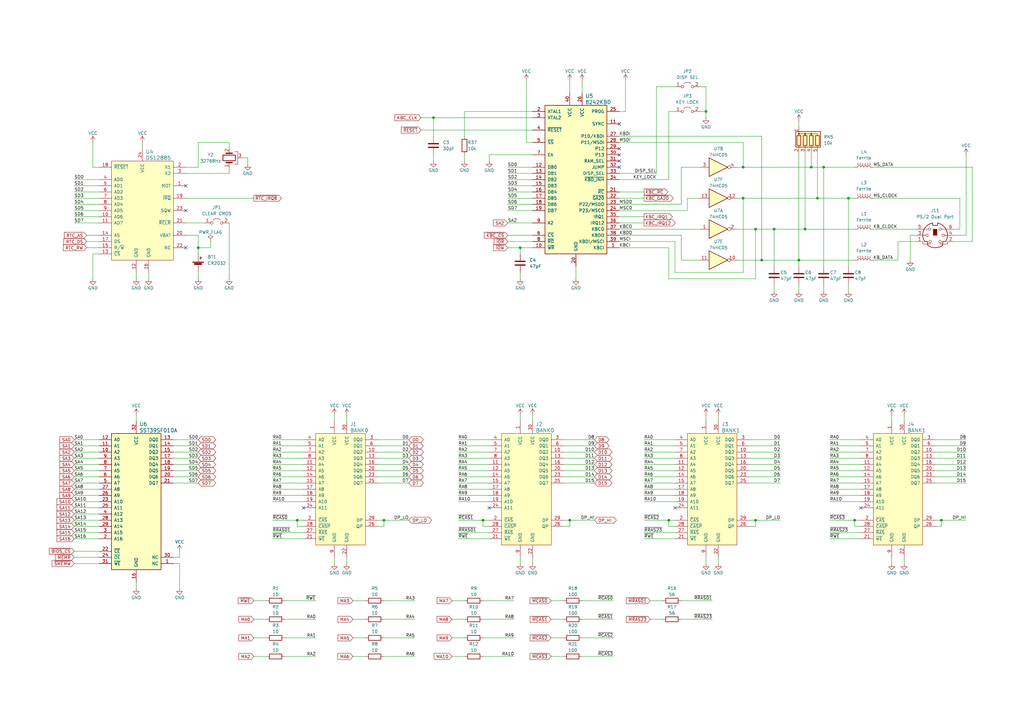
<source format=kicad_sch>
(kicad_sch (version 20211123) (generator eeschema)
  (paper "A3")
  (title_block (title "386SX Motherboard Based on SARC RC2016 Chipset") (date "2026-02-17") (rev "2.2") (company "Copyright (C) 2024-2026 Sergey Kiselev") (comment 1 "https://github.com/Marco-Both/M396F-Replika") (comment 2 "Based on the M396F motherboard replica by Marco Both:") (comment 3 "https://github.com/skiselev/mb386sx-rc2016"))
  (lib_symbols
    (symbol "74xx:74LS05" (pin_names (offset 1.016))
      (property "Reference" "U" (at 0 1.27 0))
      (property "Value" "74LS05" (at 0 -1.27 0))
      (symbol "74LS05_1_0"
        (pin input line (at -7.62 0 0) (length 3.81) (name "~") (number "1"))
        (pin open_collector inverted (at 7.62 0 180) (length 3.81) (name "~") (number "2"))
      )
      (symbol "74LS05_2_0"
        (pin input line (at -7.62 0 0) (length 3.81) (name "~") (number "3"))
        (pin open_collector inverted (at 7.62 0 180) (length 3.81) (name "~") (number "4"))
      )
      (symbol "74LS05_3_0"
        (pin input line (at -7.62 0 0) (length 3.81) (name "~") (number "5"))
        (pin open_collector inverted (at 7.62 0 180) (length 3.81) (name "~") (number "6"))
      )
      (symbol "74LS05_4_0"
        (pin open_collector inverted (at 7.62 0 180) (length 3.81) (name "~") (number "8"))
        (pin input line (at -7.62 0 0) (length 3.81) (name "~") (number "9"))
      )
      (symbol "74LS05_5_0"
        (pin open_collector inverted (at 7.62 0 180) (length 3.81) (name "~") (number "10"))
        (pin input line (at -7.62 0 0) (length 3.81) (name "~") (number "11"))
      )
      (symbol "74LS05_6_0"
        (pin open_collector inverted (at 7.62 0 180) (length 3.81) (name "~") (number "12"))
        (pin input line (at -7.62 0 0) (length 3.81) (name "~") (number "13"))
      )
      (symbol "74LS05_7_0"
        (pin power_in line (at 0 12.7 270) (length 5.08) (name "VCC") (number "14"))
        (pin power_in line (at 0 -12.7 90) (length 5.08) (name "GND") (number "7"))
      )
    )
    (symbol "Connector:Mini-DIN-6" (pin_names (offset 1.016))
      (property "Reference" "J" (at 0 6.35 0))
      (property "Value" "Mini-DIN-6" (at 0 -6.35 0))
      (symbol "Mini-DIN-6_1_1"
        (pin passive line (at 7.62 -2.54 180) (length 2.54) (name "~") (number "1"))
        (pin passive line (at -7.62 -2.54 0) (length 2.54) (name "~") (number "2"))
        (pin passive line (at 7.62 0 180) (length 2.54) (name "~") (number "3"))
        (pin passive line (at -7.62 0 0) (length 2.54) (name "~") (number "4"))
        (pin passive line (at 7.62 2.54 180) (length 2.54) (name "~") (number "5"))
        (pin passive line (at -7.62 2.54 0) (length 2.54) (name "~") (number "6"))
      )
    )
    (symbol "Device:Battery_Cell" (pin_numbers hide) (pin_names (offset 0) hide)
      (property "Reference" "BT" (at 2.54 2.54 0))
      (property "Value" "Battery_Cell" (at 2.54 0 0))
      (symbol "Battery_Cell_1_1"
        (pin passive line (at 0 5.08 270) (length 2.54) (name "+") (number "1"))
        (pin passive line (at 0 -2.54 90) (length 2.54) (name "-") (number "2"))
      )
    )
    (symbol "Device:C" (pin_numbers hide) (pin_names (offset 0.254))
      (property "Reference" "C" (at 0.635 2.54 0))
      (property "Value" "C" (at 0.635 -2.54 0))
      (symbol "C_1_1"
        (pin passive line (at 0 3.81 270) (length 2.794) (name "~") (number "1"))
        (pin passive line (at 0 -3.81 90) (length 2.794) (name "~") (number "2"))
      )
    )
    (symbol "Device:Crystal_GND3" (pin_names (offset 1.016) hide)
      (property "Reference" "Y" (at 0 5.715 0))
      (property "Value" "Crystal_GND3" (at 0 3.81 0))
      (symbol "Crystal_GND3_1_1"
        (pin passive line (at -3.81 0 0) (length 1.27) (name "1") (number "1"))
        (pin passive line (at 3.81 0 180) (length 1.27) (name "2") (number "2"))
        (pin passive line (at 0 -5.08 90) (length 1.27) (name "3") (number "3"))
      )
    )
    (symbol "Device:L_Ferrite" (pin_numbers hide) (pin_names (offset 1.016) hide)
      (property "Reference" "L" (at -1.27 0 90))
      (property "Value" "L_Ferrite" (at 2.794 0 90))
      (symbol "L_Ferrite_1_1"
        (pin passive line (at 0 3.81 270) (length 1.27) (name "1") (number "1"))
        (pin passive line (at 0 -3.81 90) (length 1.27) (name "2") (number "2"))
      )
    )
    (symbol "Device:R" (pin_numbers hide) (pin_names (offset 0))
      (property "Reference" "R" (at 2.032 0 90))
      (property "Value" "R" (at 0 0 90))
      (symbol "R_1_1"
        (pin passive line (at 0 3.81 270) (length 1.27) (name "~") (number "1"))
        (pin passive line (at 0 -3.81 90) (length 1.27) (name "~") (number "2"))
      )
    )
    (symbol "Device:R_Network04" (pin_names (offset 0) hide)
      (property "Reference" "RN" (at -7.62 0 90))
      (property "Value" "R_Network04" (at 5.08 0 90))
      (symbol "R_Network04_1_1"
        (pin passive line (at -5.08 5.08 270) (length 2.54) (name "common") (number "1"))
        (pin passive line (at -5.08 -5.08 90) (length 1.27) (name "R1") (number "2"))
        (pin passive line (at -2.54 -5.08 90) (length 1.27) (name "R2") (number "3"))
        (pin passive line (at 0 -5.08 90) (length 1.27) (name "R3") (number "4"))
        (pin passive line (at 2.54 -5.08 90) (length 1.27) (name "R4") (number "5"))
      )
    )
    (symbol "Jumper:Jumper_2_Open" (pin_names (offset 0) hide)
      (property "Reference" "JP" (at 0 2.794 0))
      (property "Value" "Jumper_2_Open" (at 0 -2.286 0))
      (symbol "Jumper_2_Open_1_1"
        (pin passive line (at -5.08 0 0) (length 2.54) (name "A") (number "1"))
        (pin passive line (at 5.08 0 180) (length 2.54) (name "B") (number "2"))
      )
    )
    (symbol "my_components:8242KBD" (pin_names (offset 1.016))
      (property "Reference" "U" (at -12.7 34.29 0))
      (property "Value" "8242KBD" (at -12.7 31.75 0))
      (symbol "8242KBD_1_1"
        (pin input line (at 17.78 -27.94 180) (length 5.08) (name "KBCI") (number "1"))
        (pin input line (at -17.78 -27.94 0) (length 5.08) (name "~{WR}") (number "10"))
        (pin output line (at 17.78 22.86 180) (length 5.08) (name "SYNC") (number "11"))
        (pin tri_state line (at -17.78 5.08 0) (length 5.08) (name "DB0") (number "12"))
        (pin tri_state line (at -17.78 2.54 0) (length 5.08) (name "DB1") (number "13"))
        (pin tri_state line (at -17.78 0 0) (length 5.08) (name "DB2") (number "14"))
        (pin tri_state line (at -17.78 -2.54 0) (length 5.08) (name "DB3") (number "15"))
        (pin tri_state line (at -17.78 -5.08 0) (length 5.08) (name "DB4") (number "16"))
        (pin tri_state line (at -17.78 -7.62 0) (length 5.08) (name "DB5") (number "17"))
        (pin tri_state line (at -17.78 -10.16 0) (length 5.08) (name "DB6") (number "18"))
        (pin tri_state line (at -17.78 -12.7 0) (length 5.08) (name "DB7") (number "19"))
        (pin input line (at -17.78 27.94 0) (length 5.08) (name "XTAL1") (number "2"))
        (pin power_in line (at 0 -35.56 90) (length 5.08) (name "GND") (number "20"))
        (pin output line (at 17.78 -5.08 180) (length 5.08) (name "~{RC}") (number "21"))
        (pin output line (at 17.78 -7.62 180) (length 5.08) (name "~{GA20}") (number "22"))
        (pin output line (at 17.78 -10.16 180) (length 5.08) (name "P22/MSDO") (number "23"))
        (pin output line (at 17.78 -12.7 180) (length 5.08) (name "P23/MSCO") (number "24"))
        (pin input line (at 17.78 27.94 180) (length 5.08) (name "PROG") (number "25"))
        (pin power_in line (at 2.54 35.56 270) (length 5.08) (name "VCC") (number "26"))
        (pin input line (at 17.78 17.78 180) (length 5.08) (name "P10/KBDI") (number "27"))
        (pin input line (at 17.78 15.24 180) (length 5.08) (name "P11/MSDI") (number "28"))
        (pin bidirectional line (at 17.78 12.7 180) (length 5.08) (name "P12") (number "29"))
        (pin input line (at -17.78 25.4 0) (length 5.08) (name "XTAL2") (number "3"))
        (pin bidirectional line (at 17.78 10.16 180) (length 5.08) (name "P13") (number "30"))
        (pin input line (at 17.78 7.62 180) (length 5.08) (name "RAM_SEL") (number "31"))
        (pin input line (at 17.78 5.08 180) (length 5.08) (name "JUMP") (number "32"))
        (pin input line (at 17.78 2.54 180) (length 5.08) (name "DISP_SEL") (number "33"))
        (pin input line (at 17.78 0 180) (length 5.08) (name "~{KBD_INH}") (number "34"))
        (pin output line (at 17.78 -15.24 180) (length 5.08) (name "IRQ1") (number "35"))
        (pin output line (at 17.78 -17.78 180) (length 5.08) (name "IRQ12") (number "36"))
        (pin output line (at 17.78 -20.32 180) (length 5.08) (name "KBCO") (number "37"))
        (pin output line (at 17.78 -22.86 180) (length 5.08) (name "KBDO") (number "38"))
        (pin input line (at 17.78 -25.4 180) (length 5.08) (name "KBDI/MSCI") (number "39"))
        (pin input line (at -17.78 20.32 0) (length 5.08) (name "~{RESET}") (number "4"))
        (pin power_in line (at -2.54 35.56 270) (length 5.08) (name "VCC") (number "40"))
        (pin input line (at -17.78 15.24 0) (length 5.08) (name "~{SS}") (number "5"))
        (pin input line (at -17.78 -22.86 0) (length 5.08) (name "~{CS}") (number "6"))
        (pin input line (at -17.78 10.16 0) (length 5.08) (name "EA") (number "7"))
        (pin input line (at -17.78 -25.4 0) (length 5.08) (name "~{RD}") (number "8"))
        (pin input line (at -17.78 -17.78 0) (length 5.08) (name "A2") (number "9"))
      )
    )
    (symbol "my_components:Conn_SIMM30" (pin_names (offset 1.016))
      (property "Reference" "J" (at -11.43 26.67 0))
      (property "Value" "Conn_SIMM30" (at -11.43 24.13 0))
      (symbol "Conn_SIMM30_1_1"
        (pin power_in line (at -2.54 27.94 270) (length 5.08) (name "VCC") (number "1"))
        (pin tri_state line (at 15.24 15.24 180) (length 5.08) (name "DQ2") (number "10"))
        (pin input line (at -15.24 10.16 0) (length 5.08) (name "A4") (number "11"))
        (pin input line (at -15.24 7.62 0) (length 5.08) (name "A5") (number "12"))
        (pin tri_state line (at 15.24 12.7 180) (length 5.08) (name "DQ3") (number "13"))
        (pin input line (at -15.24 5.08 0) (length 5.08) (name "A6") (number "14"))
        (pin input line (at -15.24 2.54 0) (length 5.08) (name "A7") (number "15"))
        (pin tri_state line (at 15.24 10.16 180) (length 5.08) (name "DQ4") (number "16"))
        (pin input line (at -15.24 0 0) (length 5.08) (name "A8") (number "17"))
        (pin input line (at -15.24 -2.54 0) (length 5.08) (name "A9") (number "18"))
        (pin input line (at -15.24 -5.08 0) (length 5.08) (name "A10") (number "19"))
        (pin input line (at -15.24 -12.7 0) (length 5.08) (name "~{CAS}") (number "2"))
        (pin tri_state line (at 15.24 7.62 180) (length 5.08) (name "DQ5") (number "20"))
        (pin input line (at -15.24 -20.32 0) (length 5.08) (name "~{WE}") (number "21"))
        (pin power_in line (at 2.54 -27.94 90) (length 5.08) (name "GND") (number "22"))
        (pin tri_state line (at 15.24 5.08 180) (length 5.08) (name "DQ6") (number "23"))
        (pin input line (at -15.24 -7.62 0) (length 5.08) (name "A11") (number "24"))
        (pin tri_state line (at 15.24 2.54 180) (length 5.08) (name "DQ7") (number "25"))
        (pin tri_state line (at 15.24 -15.24 180) (length 5.08) (name "QP") (number "26"))
        (pin input line (at -15.24 -17.78 0) (length 5.08) (name "~{RAS}") (number "27"))
        (pin input line (at -15.24 -15.24 0) (length 5.08) (name "~{CASP}") (number "28"))
        (pin input line (at 15.24 -12.7 180) (length 5.08) (name "DP") (number "29"))
        (pin tri_state line (at 15.24 20.32 180) (length 5.08) (name "DQ0") (number "3"))
        (pin power_in line (at 2.54 27.94 270) (length 5.08) (name "VCC") (number "30"))
        (pin input line (at -15.24 20.32 0) (length 5.08) (name "A0") (number "4"))
        (pin input line (at -15.24 17.78 0) (length 5.08) (name "A1") (number "5"))
        (pin tri_state line (at 15.24 17.78 180) (length 5.08) (name "DQ1") (number "6"))
        (pin input line (at -15.24 15.24 0) (length 5.08) (name "A2") (number "7"))
        (pin input line (at -15.24 12.7 0) (length 5.08) (name "A3") (number "8"))
        (pin power_in line (at -2.54 -27.94 90) (length 5.08) (name "GND") (number "9"))
      )
    )
    (symbol "my_components:DS12885" (pin_names (offset 1.016))
      (property "Reference" "U" (at -12.7 22.86 0))
      (property "Value" "DS12885" (at -12.7 20.32 0))
      (symbol "DS12885_1_1"
        (pin input line (at 17.78 8.89 180) (length 5.08) (name "MOT") (number "1"))
        (pin bidirectional line (at -17.78 -3.81 0) (length 5.08) (name "AD6") (number "10"))
        (pin bidirectional line (at -17.78 -6.35 0) (length 5.08) (name "AD7") (number "11"))
        (pin power_in line (at -2.54 -26.67 90) (length 5.08) (name "GND") (number "12"))
        (pin input line (at -17.78 -19.05 0) (length 5.08) (name "~{CS}") (number "13"))
        (pin input line (at -17.78 -11.43 0) (length 5.08) (name "AS") (number "14"))
        (pin input line (at -17.78 -16.51 0) (length 5.08) (name "R/~{W}") (number "15"))
        (pin power_in line (at 2.54 -26.67 90) (length 5.08) (name "GND") (number "16"))
        (pin input line (at -17.78 -13.97 0) (length 5.08) (name "DS") (number "17"))
        (pin input line (at -17.78 16.51 0) (length 5.08) (name "~{RESET}") (number "18"))
        (pin output line (at 17.78 3.81 180) (length 5.08) (name "~{IRQ}") (number "19"))
        (pin input line (at 17.78 16.51 180) (length 5.08) (name "X1") (number "2"))
        (pin power_in line (at 17.78 -11.43 180) (length 5.08) (name "VBAT") (number "20"))
        (pin input line (at 17.78 -6.35 180) (length 5.08) (name "~{RCLR}") (number "21"))
        (pin input line (at 17.78 -16.51 180) (length 5.08) (name "NC") (number "22"))
        (pin input line (at 17.78 -1.27 180) (length 5.08) (name "SQW") (number "23"))
        (pin power_in line (at 0 24.13 270) (length 5.08) (name "VCC") (number "24"))
        (pin input line (at 17.78 13.97 180) (length 5.08) (name "X2") (number "3"))
        (pin bidirectional line (at -17.78 11.43 0) (length 5.08) (name "AD0") (number "4"))
        (pin bidirectional line (at -17.78 8.89 0) (length 5.08) (name "AD1") (number "5"))
        (pin bidirectional line (at -17.78 6.35 0) (length 5.08) (name "AD2") (number "6"))
        (pin bidirectional line (at -17.78 3.81 0) (length 5.08) (name "AD3") (number "7"))
        (pin bidirectional line (at -17.78 1.27 0) (length 5.08) (name "AD4") (number "8"))
        (pin bidirectional line (at -17.78 -1.27 0) (length 5.08) (name "AD5") (number "9"))
      )
    )
    (symbol "my_components:SST39SF010A" (pin_names (offset 1.016))
      (property "Reference" "U" (at -10.16 31.75 0))
      (property "Value" "SST39SF010A" (at -10.16 29.21 0))
      (symbol "SST39SF010A_1_1"
        (pin passive line (at 15.24 -25.4 180) (length 5.08) (name "NC") (number "1"))
        (pin input line (at -15.24 20.32 0) (length 5.08) (name "A2") (number "10"))
        (pin input line (at -15.24 22.86 0) (length 5.08) (name "A1") (number "11"))
        (pin input line (at -15.24 25.4 0) (length 5.08) (name "A0") (number "12"))
        (pin bidirectional line (at 15.24 25.4 180) (length 5.08) (name "DQ0") (number "13"))
        (pin bidirectional line (at 15.24 22.86 180) (length 5.08) (name "DQ1") (number "14"))
        (pin bidirectional line (at 15.24 20.32 180) (length 5.08) (name "DQ2") (number "15"))
        (pin power_in line (at 0 -33.02 90) (length 5.08) (name "GND") (number "16"))
        (pin bidirectional line (at 15.24 17.78 180) (length 5.08) (name "DQ3") (number "17"))
        (pin bidirectional line (at 15.24 15.24 180) (length 5.08) (name "DQ4") (number "18"))
        (pin bidirectional line (at 15.24 12.7 180) (length 5.08) (name "DQ5") (number "19"))
        (pin input line (at -15.24 -15.24 0) (length 5.08) (name "A16") (number "2"))
        (pin bidirectional line (at 15.24 10.16 180) (length 5.08) (name "DQ6") (number "20"))
        (pin bidirectional line (at 15.24 7.62 180) (length 5.08) (name "DQ7") (number "21"))
        (pin input line (at -15.24 -20.32 0) (length 5.08) (name "~{CE}") (number "22"))
        (pin input line (at -15.24 0 0) (length 5.08) (name "A10") (number "23"))
        (pin input line (at -15.24 -22.86 0) (length 5.08) (name "~{OE}") (number "24"))
        (pin input line (at -15.24 -2.54 0) (length 5.08) (name "A11") (number "25"))
        (pin input line (at -15.24 2.54 0) (length 5.08) (name "A9") (number "26"))
        (pin input line (at -15.24 5.08 0) (length 5.08) (name "A8") (number "27"))
        (pin input line (at -15.24 -7.62 0) (length 5.08) (name "A13") (number "28"))
        (pin input line (at -15.24 -10.16 0) (length 5.08) (name "A14") (number "29"))
        (pin input line (at -15.24 -12.7 0) (length 5.08) (name "A15") (number "3"))
        (pin passive line (at 15.24 -22.86 180) (length 5.08) (name "NC") (number "30"))
        (pin input line (at -15.24 -25.4 0) (length 5.08) (name "~{WE}") (number "31"))
        (pin power_in line (at 0 33.02 270) (length 5.08) (name "VCC") (number "32"))
        (pin input line (at -15.24 -5.08 0) (length 5.08) (name "A12") (number "4"))
        (pin input line (at -15.24 7.62 0) (length 5.08) (name "A7") (number "5"))
        (pin input line (at -15.24 10.16 0) (length 5.08) (name "A6") (number "6"))
        (pin input line (at -15.24 12.7 0) (length 5.08) (name "A5") (number "7"))
        (pin input line (at -15.24 15.24 0) (length 5.08) (name "A4") (number "8"))
        (pin input line (at -15.24 17.78 0) (length 5.08) (name "A3") (number "9"))
      )
    )
    (symbol "power:GND" (power) (pin_names (offset 0))
      (property "Value" "GND" (at 0 -3.81 0))
      (symbol "GND_1_1"
        (pin power_in line (at 0 0 270) (length 0) hide (name "GND") (number "1"))
      )
    )
    (symbol "power:PWR_FLAG" (power) (pin_numbers hide) (pin_names (offset 0) hide)
      (property "Value" "PWR_FLAG" (at 0 3.81 0))
      (symbol "PWR_FLAG_0_0"
        (pin power_out line (at 0 0 90) (length 0) (name "pwr") (number "1"))
      )
    )
    (symbol "power:VCC" (power) (pin_names (offset 0))
      (property "Value" "VCC" (at 0 3.81 0))
      (symbol "VCC_1_1"
        (pin power_in line (at 0 0 90) (length 0) hide (name "VCC") (number "1"))
      )
    )
  )
  (junction (at 327.66 106.68))
  (junction (at 177.8 48.26))
  (junction (at 330.2 93.98))
  (junction (at 309.88 93.98))
  (junction (at 309.88 213.36))
  (junction (at 312.42 106.68))
  (junction (at 386.08 213.36))
  (junction (at 304.8 81.28))
  (junction (at 213.36 101.6))
  (junction (at 304.8 68.58))
  (junction (at 81.28 101.6))
  (junction (at 332.74 68.58))
  (junction (at 121.92 213.36))
  (junction (at 157.48 213.36))
  (junction (at 289.56 45.72))
  (junction (at 335.28 81.28))
  (junction (at 198.12 213.36))
  (junction (at 347.98 81.28))
  (junction (at 274.32 213.36))
  (junction (at 233.68 213.36))
  (junction (at 337.82 68.58))
  (junction (at 350.52 213.36))
  (junction (at 317.5 93.98))
  (no_connect (at 76.2 101.6))
  (no_connect (at 200.66 208.28))
  (no_connect (at 124.46 208.28))
  (no_connect (at 76.2 86.36))
  (no_connect (at 76.2 76.2))
  (no_connect (at 353.06 208.28))
  (no_connect (at 254 50.8))
  (no_connect (at 254 68.58))
  (no_connect (at 254 66.04))
  (no_connect (at 254 63.5))
  (no_connect (at 254 60.96))
  (no_connect (at 276.86 208.28))
  (wire (pts (xy 317.5 116.84) (xy 317.5 119.38)))
  (wire (pts (xy 86.36 101.6) (xy 86.36 99.06)))
  (wire (pts (xy 76.2 71.12) (xy 93.98 71.12)))
  (wire (pts (xy 347.98 116.84) (xy 347.98 119.38)))
  (wire (pts (xy 172.72 53.34) (xy 218.44 53.34)))
  (wire (pts (xy 129.54 246.38) (xy 116.84 246.38)))
  (wire (pts (xy 129.54 269.24) (xy 116.84 269.24)))
  (wire (pts (xy 185.42 261.62) (xy 190.5 261.62)))
  (wire (pts (xy 198.12 215.9) (xy 200.66 215.9)))
  (wire (pts (xy 30.48 203.2) (xy 40.64 203.2)))
  (wire (pts (xy 236.22 109.22) (xy 236.22 114.3)))
  (wire (pts (xy 391.16 96.52) (xy 396.24 96.52)))
  (wire (pts (xy 383.54 190.5) (xy 396.24 190.5)))
  (wire (pts (xy 111.76 193.04) (xy 124.46 193.04)))
  (wire (pts (xy 383.54 182.88) (xy 396.24 182.88)))
  (wire (pts (xy 30.48 185.42) (xy 40.64 185.42)))
  (wire (pts (xy 340.36 198.12) (xy 353.06 198.12)))
  (wire (pts (xy 307.34 195.58) (xy 320.04 195.58)))
  (wire (pts (xy 276.86 99.06) (xy 276.86 111.76)))
  (wire (pts (xy 254 88.9) (xy 264.16 88.9)))
  (wire (pts (xy 187.96 185.42) (xy 200.66 185.42)))
  (wire (pts (xy 274.32 215.9) (xy 276.86 215.9)))
  (wire (pts (xy 55.88 111.76) (xy 55.88 114.3)))
  (wire (pts (xy 73.66 226.06) (xy 73.66 228.6)))
  (wire (pts (xy 226.06 269.24) (xy 231.14 269.24)))
  (wire (pts (xy 30.48 187.96) (xy 40.64 187.96)))
  (wire (pts (xy 30.48 190.5) (xy 40.64 190.5)))
  (wire (pts (xy 154.94 180.34) (xy 167.64 180.34)))
  (wire (pts (xy 279.4 96.52) (xy 279.4 106.68)))
  (wire (pts (xy 233.68 215.9) (xy 233.68 213.36)))
  (wire (pts (xy 218.44 76.2) (xy 208.28 76.2)))
  (wire (pts (xy 111.76 200.66) (xy 124.46 200.66)))
  (wire (pts (xy 264.16 185.42) (xy 276.86 185.42)))
  (wire (pts (xy 76.2 68.58) (xy 81.28 68.58)))
  (wire (pts (xy 121.92 213.36) (xy 121.92 215.9)))
  (wire (pts (xy 398.78 99.06) (xy 391.16 99.06)))
  (wire (pts (xy 40.64 91.44) (xy 30.48 91.44)))
  (wire (pts (xy 111.76 220.98) (xy 124.46 220.98)))
  (wire (pts (xy 337.82 68.58) (xy 337.82 109.22)))
  (wire (pts (xy 40.64 83.82) (xy 30.48 83.82)))
  (wire (pts (xy 154.94 213.36) (xy 157.48 213.36)))
  (wire (pts (xy 35.56 101.6) (xy 40.64 101.6)))
  (wire (pts (xy 327.66 116.84) (xy 327.66 119.38)))
  (wire (pts (xy 289.56 45.72) (xy 289.56 48.26)))
  (wire (pts (xy 213.36 170.18) (xy 213.36 172.72)))
  (wire (pts (xy 307.34 185.42) (xy 320.04 185.42)))
  (wire (pts (xy 279.4 68.58) (xy 287.02 68.58)))
  (wire (pts (xy 332.74 68.58) (xy 337.82 68.58)))
  (wire (pts (xy 226.06 254) (xy 231.14 254)))
  (wire (pts (xy 304.8 68.58) (xy 302.26 68.58)))
  (wire (pts (xy 254 99.06) (xy 276.86 99.06)))
  (wire (pts (xy 330.2 62.23) (xy 330.2 93.98)))
  (wire (pts (xy 340.36 190.5) (xy 353.06 190.5)))
  (wire (pts (xy 231.14 198.12) (xy 243.84 198.12)))
  (wire (pts (xy 40.64 73.66) (xy 30.48 73.66)))
  (wire (pts (xy 40.64 68.58) (xy 38.1 68.58)))
  (wire (pts (xy 111.76 195.58) (xy 124.46 195.58)))
  (wire (pts (xy 327.66 49.53) (xy 327.66 52.07)))
  (wire (pts (xy 340.36 182.88) (xy 353.06 182.88)))
  (wire (pts (xy 35.56 99.06) (xy 40.64 99.06)))
  (wire (pts (xy 274.32 213.36) (xy 276.86 213.36)))
  (wire (pts (xy 187.96 182.88) (xy 200.66 182.88)))
  (wire (pts (xy 76.2 91.44) (xy 83.82 91.44)))
  (wire (pts (xy 254 91.44) (xy 264.16 91.44)))
  (wire (pts (xy 337.82 116.84) (xy 337.82 119.38)))
  (wire (pts (xy 365.76 228.6) (xy 365.76 231.14)))
  (wire (pts (xy 30.48 220.98) (xy 40.64 220.98)))
  (wire (pts (xy 210.82 254) (xy 198.12 254)))
  (wire (pts (xy 254 83.82) (xy 279.4 83.82)))
  (wire (pts (xy 218.44 86.36) (xy 208.28 86.36)))
  (wire (pts (xy 30.48 195.58) (xy 40.64 195.58)))
  (wire (pts (xy 210.82 246.38) (xy 198.12 246.38)))
  (wire (pts (xy 55.88 238.76) (xy 55.88 241.3)))
  (wire (pts (xy 30.48 213.36) (xy 40.64 213.36)))
  (wire (pts (xy 208.28 96.52) (xy 218.44 96.52)))
  (wire (pts (xy 264.16 195.58) (xy 276.86 195.58)))
  (wire (pts (xy 111.76 205.74) (xy 124.46 205.74)))
  (wire (pts (xy 335.28 62.23) (xy 335.28 81.28)))
  (wire (pts (xy 292.1 246.38) (xy 279.4 246.38)))
  (wire (pts (xy 142.24 170.18) (xy 142.24 172.72)))
  (wire (pts (xy 264.16 205.74) (xy 276.86 205.74)))
  (wire (pts (xy 104.14 254) (xy 109.22 254)))
  (wire (pts (xy 307.34 213.36) (xy 309.88 213.36)))
  (wire (pts (xy 71.12 193.04) (xy 81.28 193.04)))
  (wire (pts (xy 269.24 35.56) (xy 269.24 71.12)))
  (wire (pts (xy 231.14 193.04) (xy 243.84 193.04)))
  (wire (pts (xy 347.98 81.28) (xy 350.52 81.28)))
  (wire (pts (xy 71.12 231.14) (xy 73.66 231.14)))
  (wire (pts (xy 289.56 170.18) (xy 289.56 172.72)))
  (wire (pts (xy 30.48 198.12) (xy 40.64 198.12)))
  (wire (pts (xy 111.76 180.34) (xy 124.46 180.34)))
  (wire (pts (xy 218.44 81.28) (xy 208.28 81.28)))
  (wire (pts (xy 292.1 254) (xy 279.4 254)))
  (wire (pts (xy 71.12 198.12) (xy 81.28 198.12)))
  (wire (pts (xy 218.44 71.12) (xy 208.28 71.12)))
  (wire (pts (xy 144.78 261.62) (xy 149.86 261.62)))
  (wire (pts (xy 40.64 76.2) (xy 30.48 76.2)))
  (wire (pts (xy 264.16 190.5) (xy 276.86 190.5)))
  (wire (pts (xy 71.12 180.34) (xy 81.28 180.34)))
  (wire (pts (xy 200.66 63.5) (xy 218.44 63.5)))
  (wire (pts (xy 347.98 81.28) (xy 347.98 109.22)))
  (wire (pts (xy 302.26 93.98) (xy 309.88 93.98)))
  (wire (pts (xy 30.48 210.82) (xy 40.64 210.82)))
  (wire (pts (xy 172.72 48.26) (xy 177.8 48.26)))
  (wire (pts (xy 111.76 185.42) (xy 124.46 185.42)))
  (wire (pts (xy 358.14 81.28) (xy 393.7 81.28)))
  (wire (pts (xy 307.34 182.88) (xy 320.04 182.88)))
  (wire (pts (xy 71.12 185.42) (xy 81.28 185.42)))
  (wire (pts (xy 81.28 96.52) (xy 81.28 101.6)))
  (wire (pts (xy 251.46 269.24) (xy 238.76 269.24)))
  (wire (pts (xy 60.96 111.76) (xy 60.96 114.3)))
  (wire (pts (xy 307.34 180.34) (xy 320.04 180.34)))
  (wire (pts (xy 187.96 205.74) (xy 200.66 205.74)))
  (wire (pts (xy 340.36 195.58) (xy 353.06 195.58)))
  (wire (pts (xy 350.52 213.36) (xy 353.06 213.36)))
  (wire (pts (xy 157.48 215.9) (xy 157.48 213.36)))
  (wire (pts (xy 233.68 33.02) (xy 233.68 38.1)))
  (wire (pts (xy 215.9 58.42) (xy 218.44 58.42)))
  (wire (pts (xy 187.96 187.96) (xy 200.66 187.96)))
  (wire (pts (xy 264.16 198.12) (xy 276.86 198.12)))
  (wire (pts (xy 330.2 93.98) (xy 350.52 93.98)))
  (wire (pts (xy 231.14 215.9) (xy 233.68 215.9)))
  (wire (pts (xy 309.88 215.9) (xy 307.34 215.9)))
  (wire (pts (xy 129.54 261.62) (xy 116.84 261.62)))
  (wire (pts (xy 279.4 106.68) (xy 287.02 106.68)))
  (wire (pts (xy 71.12 190.5) (xy 81.28 190.5)))
  (wire (pts (xy 185.42 269.24) (xy 190.5 269.24)))
  (wire (pts (xy 254 55.88) (xy 312.42 55.88)))
  (wire (pts (xy 111.76 198.12) (xy 124.46 198.12)))
  (wire (pts (xy 370.84 170.18) (xy 370.84 172.72)))
  (wire (pts (xy 111.76 203.2) (xy 124.46 203.2)))
  (wire (pts (xy 335.28 81.28) (xy 347.98 81.28)))
  (wire (pts (xy 386.08 213.36) (xy 396.24 213.36)))
  (wire (pts (xy 187.96 198.12) (xy 200.66 198.12)))
  (wire (pts (xy 170.18 261.62) (xy 157.48 261.62)))
  (wire (pts (xy 274.32 101.6) (xy 254 101.6)))
  (wire (pts (xy 309.88 93.98) (xy 317.5 93.98)))
  (wire (pts (xy 307.34 198.12) (xy 320.04 198.12)))
  (wire (pts (xy 99.06 64.77) (xy 101.6 64.77)))
  (wire (pts (xy 266.7 254) (xy 271.78 254)))
  (wire (pts (xy 340.36 193.04) (xy 353.06 193.04)))
  (wire (pts (xy 373.38 96.52) (xy 373.38 106.68)))
  (wire (pts (xy 210.82 269.24) (xy 198.12 269.24)))
  (wire (pts (xy 309.88 213.36) (xy 320.04 213.36)))
  (wire (pts (xy 383.54 193.04) (xy 396.24 193.04)))
  (wire (pts (xy 383.54 185.42) (xy 396.24 185.42)))
  (wire (pts (xy 340.36 187.96) (xy 353.06 187.96)))
  (wire (pts (xy 93.98 71.12) (xy 93.98 68.58)))
  (wire (pts (xy 30.48 228.6) (xy 40.64 228.6)))
  (wire (pts (xy 264.16 220.98) (xy 276.86 220.98)))
  (wire (pts (xy 340.36 200.66) (xy 353.06 200.66)))
  (wire (pts (xy 30.48 200.66) (xy 40.64 200.66)))
  (wire (pts (xy 190.5 66.04) (xy 190.5 63.5)))
  (wire (pts (xy 264.16 180.34) (xy 276.86 180.34)))
  (wire (pts (xy 279.4 83.82) (xy 279.4 68.58)))
  (wire (pts (xy 309.88 93.98) (xy 309.88 114.3)))
  (wire (pts (xy 40.64 81.28) (xy 30.48 81.28)))
  (wire (pts (xy 154.94 198.12) (xy 167.64 198.12)))
  (wire (pts (xy 254 86.36) (xy 281.94 86.36)))
  (wire (pts (xy 383.54 180.34) (xy 396.24 180.34)))
  (wire (pts (xy 177.8 66.04) (xy 177.8 63.5)))
  (wire (pts (xy 144.78 269.24) (xy 149.86 269.24)))
  (wire (pts (xy 254 93.98) (xy 287.02 93.98)))
  (wire (pts (xy 254 73.66) (xy 274.32 73.66)))
  (wire (pts (xy 154.94 185.42) (xy 167.64 185.42)))
  (wire (pts (xy 289.56 228.6) (xy 289.56 231.14)))
  (wire (pts (xy 187.96 190.5) (xy 200.66 190.5)))
  (wire (pts (xy 71.12 195.58) (xy 81.28 195.58)))
  (wire (pts (xy 187.96 218.44) (xy 200.66 218.44)))
  (wire (pts (xy 200.66 63.5) (xy 200.66 66.04)))
  (wire (pts (xy 154.94 190.5) (xy 167.64 190.5)))
  (wire (pts (xy 185.42 254) (xy 190.5 254)))
  (wire (pts (xy 231.14 213.36) (xy 233.68 213.36)))
  (wire (pts (xy 104.14 261.62) (xy 109.22 261.62)))
  (wire (pts (xy 40.64 86.36) (xy 30.48 86.36)))
  (wire (pts (xy 254 96.52) (xy 279.4 96.52)))
  (wire (pts (xy 276.86 35.56) (xy 269.24 35.56)))
  (wire (pts (xy 307.34 193.04) (xy 320.04 193.04)))
  (wire (pts (xy 309.88 213.36) (xy 309.88 215.9)))
  (wire (pts (xy 187.96 200.66) (xy 200.66 200.66)))
  (wire (pts (xy 365.76 170.18) (xy 365.76 172.72)))
  (wire (pts (xy 340.36 213.36) (xy 350.52 213.36)))
  (wire (pts (xy 121.92 213.36) (xy 124.46 213.36)))
  (wire (pts (xy 386.08 215.9) (xy 386.08 213.36)))
  (wire (pts (xy 81.28 101.6) (xy 81.28 104.14)))
  (wire (pts (xy 276.86 111.76) (xy 304.8 111.76)))
  (wire (pts (xy 38.1 58.42) (xy 38.1 68.58)))
  (wire (pts (xy 218.44 228.6) (xy 218.44 231.14)))
  (wire (pts (xy 190.5 55.88) (xy 190.5 45.72)))
  (wire (pts (xy 129.54 254) (xy 116.84 254)))
  (wire (pts (xy 154.94 182.88) (xy 167.64 182.88)))
  (wire (pts (xy 104.14 246.38) (xy 109.22 246.38)))
  (wire (pts (xy 327.66 106.68) (xy 327.66 109.22)))
  (wire (pts (xy 218.44 170.18) (xy 218.44 172.72)))
  (wire (pts (xy 274.32 45.72) (xy 276.86 45.72)))
  (wire (pts (xy 383.54 215.9) (xy 386.08 215.9)))
  (wire (pts (xy 327.66 106.68) (xy 350.52 106.68)))
  (wire (pts (xy 208.28 91.44) (xy 218.44 91.44)))
  (wire (pts (xy 383.54 187.96) (xy 396.24 187.96)))
  (wire (pts (xy 332.74 62.23) (xy 332.74 68.58)))
  (wire (pts (xy 30.48 226.06) (xy 40.64 226.06)))
  (wire (pts (xy 375.92 96.52) (xy 373.38 96.52)))
  (wire (pts (xy 111.76 187.96) (xy 124.46 187.96)))
  (wire (pts (xy 309.88 114.3) (xy 274.32 114.3)))
  (wire (pts (xy 281.94 86.36) (xy 281.94 81.28)))
  (wire (pts (xy 111.76 213.36) (xy 121.92 213.36)))
  (wire (pts (xy 254 81.28) (xy 264.16 81.28)))
  (wire (pts (xy 215.9 33.02) (xy 215.9 58.42)))
  (wire (pts (xy 287.02 35.56) (xy 289.56 35.56)))
  (wire (pts (xy 154.94 193.04) (xy 167.64 193.04)))
  (wire (pts (xy 198.12 213.36) (xy 198.12 215.9)))
  (wire (pts (xy 383.54 198.12) (xy 396.24 198.12)))
  (wire (pts (xy 340.36 218.44) (xy 353.06 218.44)))
  (wire (pts (xy 40.64 88.9) (xy 30.48 88.9)))
  (wire (pts (xy 218.44 78.74) (xy 208.28 78.74)))
  (wire (pts (xy 30.48 215.9) (xy 40.64 215.9)))
  (wire (pts (xy 76.2 81.28) (xy 104.14 81.28)))
  (wire (pts (xy 213.36 101.6) (xy 218.44 101.6)))
  (wire (pts (xy 304.8 58.42) (xy 304.8 68.58)))
  (wire (pts (xy 340.36 203.2) (xy 353.06 203.2)))
  (wire (pts (xy 210.82 261.62) (xy 198.12 261.62)))
  (wire (pts (xy 121.92 215.9) (xy 124.46 215.9)))
  (wire (pts (xy 111.76 218.44) (xy 124.46 218.44)))
  (wire (pts (xy 104.14 269.24) (xy 109.22 269.24)))
  (wire (pts (xy 231.14 185.42) (xy 243.84 185.42)))
  (wire (pts (xy 269.24 71.12) (xy 254 71.12)))
  (wire (pts (xy 187.96 193.04) (xy 200.66 193.04)))
  (wire (pts (xy 340.36 180.34) (xy 353.06 180.34)))
  (wire (pts (xy 137.16 228.6) (xy 137.16 231.14)))
  (wire (pts (xy 208.28 99.06) (xy 218.44 99.06)))
  (wire (pts (xy 337.82 68.58) (xy 350.52 68.58)))
  (wire (pts (xy 287.02 45.72) (xy 289.56 45.72)))
  (wire (pts (xy 208.28 101.6) (xy 213.36 101.6)))
  (wire (pts (xy 307.34 187.96) (xy 320.04 187.96)))
  (wire (pts (xy 81.28 68.58) (xy 81.28 58.42)))
  (wire (pts (xy 368.3 106.68) (xy 368.3 99.06)))
  (wire (pts (xy 307.34 190.5) (xy 320.04 190.5)))
  (wire (pts (xy 30.48 208.28) (xy 40.64 208.28)))
  (wire (pts (xy 101.6 64.77) (xy 101.6 67.31)))
  (wire (pts (xy 281.94 81.28) (xy 287.02 81.28)))
  (wire (pts (xy 170.18 254) (xy 157.48 254)))
  (wire (pts (xy 358.14 106.68) (xy 368.3 106.68)))
  (wire (pts (xy 218.44 68.58) (xy 208.28 68.58)))
  (wire (pts (xy 73.66 231.14) (xy 73.66 241.3)))
  (wire (pts (xy 264.16 218.44) (xy 276.86 218.44)))
  (wire (pts (xy 190.5 45.72) (xy 218.44 45.72)))
  (wire (pts (xy 218.44 73.66) (xy 208.28 73.66)))
  (wire (pts (xy 111.76 190.5) (xy 124.46 190.5)))
  (wire (pts (xy 154.94 195.58) (xy 167.64 195.58)))
  (wire (pts (xy 30.48 218.44) (xy 40.64 218.44)))
  (wire (pts (xy 238.76 33.02) (xy 238.76 38.1)))
  (wire (pts (xy 340.36 205.74) (xy 353.06 205.74)))
  (wire (pts (xy 251.46 246.38) (xy 238.76 246.38)))
  (wire (pts (xy 264.16 213.36) (xy 274.32 213.36)))
  (wire (pts (xy 30.48 182.88) (xy 40.64 182.88)))
  (wire (pts (xy 144.78 254) (xy 149.86 254)))
  (wire (pts (xy 358.14 93.98) (xy 375.92 93.98)))
  (wire (pts (xy 274.32 213.36) (xy 274.32 215.9)))
  (wire (pts (xy 71.12 228.6) (xy 73.66 228.6)))
  (wire (pts (xy 274.32 114.3) (xy 274.32 101.6)))
  (wire (pts (xy 213.36 101.6) (xy 213.36 104.14)))
  (wire (pts (xy 170.18 246.38) (xy 157.48 246.38)))
  (wire (pts (xy 187.96 195.58) (xy 200.66 195.58)))
  (wire (pts (xy 383.54 195.58) (xy 396.24 195.58)))
  (wire (pts (xy 71.12 187.96) (xy 81.28 187.96)))
  (wire (pts (xy 226.06 261.62) (xy 231.14 261.62)))
  (wire (pts (xy 231.14 187.96) (xy 243.84 187.96)))
  (wire (pts (xy 304.8 81.28) (xy 335.28 81.28)))
  (wire (pts (xy 327.66 62.23) (xy 327.66 106.68)))
  (wire (pts (xy 154.94 187.96) (xy 167.64 187.96)))
  (wire (pts (xy 251.46 254) (xy 238.76 254)))
  (wire (pts (xy 81.28 101.6) (xy 86.36 101.6)))
  (wire (pts (xy 40.64 78.74) (xy 30.48 78.74)))
  (wire (pts (xy 317.5 93.98) (xy 330.2 93.98)))
  (wire (pts (xy 254 78.74) (xy 264.16 78.74)))
  (wire (pts (xy 213.36 114.3) (xy 213.36 111.76)))
  (wire (pts (xy 40.64 104.14) (xy 38.1 104.14)))
  (wire (pts (xy 144.78 246.38) (xy 149.86 246.38)))
  (wire (pts (xy 266.7 246.38) (xy 271.78 246.38)))
  (wire (pts (xy 38.1 114.3) (xy 38.1 104.14)))
  (wire (pts (xy 370.84 228.6) (xy 370.84 231.14)))
  (wire (pts (xy 71.12 182.88) (xy 81.28 182.88)))
  (wire (pts (xy 187.96 220.98) (xy 200.66 220.98)))
  (wire (pts (xy 340.36 185.42) (xy 353.06 185.42)))
  (wire (pts (xy 137.16 170.18) (xy 137.16 172.72)))
  (wire (pts (xy 154.94 215.9) (xy 157.48 215.9)))
  (wire (pts (xy 81.28 58.42) (xy 93.98 58.42)))
  (wire (pts (xy 93.98 58.42) (xy 93.98 60.96)))
  (wire (pts (xy 231.14 195.58) (xy 243.84 195.58)))
  (wire (pts (xy 340.36 220.98) (xy 353.06 220.98)))
  (wire (pts (xy 187.96 213.36) (xy 198.12 213.36)))
  (wire (pts (xy 187.96 180.34) (xy 200.66 180.34)))
  (wire (pts (xy 81.28 111.76) (xy 81.28 114.3)))
  (wire (pts (xy 264.16 200.66) (xy 276.86 200.66)))
  (wire (pts (xy 198.12 213.36) (xy 200.66 213.36)))
  (wire (pts (xy 111.76 182.88) (xy 124.46 182.88)))
  (wire (pts (xy 312.42 106.68) (xy 327.66 106.68)))
  (wire (pts (xy 218.44 83.82) (xy 208.28 83.82)))
  (wire (pts (xy 231.14 190.5) (xy 243.84 190.5)))
  (wire (pts (xy 157.48 213.36) (xy 167.64 213.36)))
  (wire (pts (xy 358.14 68.58) (xy 398.78 68.58)))
  (wire (pts (xy 58.42 58.42) (xy 58.42 60.96)))
  (wire (pts (xy 231.14 182.88) (xy 243.84 182.88)))
  (wire (pts (xy 304.8 81.28) (xy 302.26 81.28)))
  (wire (pts (xy 55.88 170.18) (xy 55.88 172.72)))
  (wire (pts (xy 396.24 63.5) (xy 396.24 96.52)))
  (wire (pts (xy 177.8 48.26) (xy 218.44 48.26)))
  (wire (pts (xy 30.48 180.34) (xy 40.64 180.34)))
  (wire (pts (xy 398.78 68.58) (xy 398.78 99.06)))
  (wire (pts (xy 76.2 96.52) (xy 81.28 96.52)))
  (wire (pts (xy 264.16 182.88) (xy 276.86 182.88)))
  (wire (pts (xy 264.16 187.96) (xy 276.86 187.96)))
  (wire (pts (xy 187.96 203.2) (xy 200.66 203.2)))
  (wire (pts (xy 317.5 93.98) (xy 317.5 109.22)))
  (wire (pts (xy 304.8 81.28) (xy 304.8 111.76)))
  (wire (pts (xy 304.8 68.58) (xy 332.74 68.58)))
  (wire (pts (xy 251.46 261.62) (xy 238.76 261.62)))
  (wire (pts (xy 231.14 180.34) (xy 243.84 180.34)))
  (wire (pts (xy 30.48 205.74) (xy 40.64 205.74)))
  (wire (pts (xy 256.54 33.02) (xy 256.54 45.72)))
  (wire (pts (xy 142.24 228.6) (xy 142.24 231.14)))
  (wire (pts (xy 264.16 193.04) (xy 276.86 193.04)))
  (wire (pts (xy 213.36 228.6) (xy 213.36 231.14)))
  (wire (pts (xy 233.68 213.36) (xy 243.84 213.36)))
  (wire (pts (xy 254 58.42) (xy 304.8 58.42)))
  (wire (pts (xy 274.32 73.66) (xy 274.32 45.72)))
  (wire (pts (xy 40.64 231.14) (xy 30.48 231.14)))
  (wire (pts (xy 350.52 213.36) (xy 350.52 215.9)))
  (wire (pts (xy 264.16 203.2) (xy 276.86 203.2)))
  (wire (pts (xy 30.48 193.04) (xy 40.64 193.04)))
  (wire (pts (xy 294.64 228.6) (xy 294.64 231.14)))
  (wire (pts (xy 393.7 93.98) (xy 391.16 93.98)))
  (wire (pts (xy 289.56 35.56) (xy 289.56 45.72)))
  (wire (pts (xy 170.18 269.24) (xy 157.48 269.24)))
  (wire (pts (xy 294.64 170.18) (xy 294.64 172.72)))
  (wire (pts (xy 368.3 99.06) (xy 375.92 99.06)))
  (wire (pts (xy 256.54 45.72) (xy 254 45.72)))
  (wire (pts (xy 93.98 91.44) (xy 93.98 114.3)))
  (wire (pts (xy 177.8 48.26) (xy 177.8 55.88)))
  (wire (pts (xy 35.56 96.52) (xy 40.64 96.52)))
  (wire (pts (xy 302.26 106.68) (xy 312.42 106.68)))
  (wire (pts (xy 185.42 246.38) (xy 190.5 246.38)))
  (wire (pts (xy 226.06 246.38) (xy 231.14 246.38)))
  (wire (pts (xy 350.52 215.9) (xy 353.06 215.9)))
  (wire (pts (xy 383.54 213.36) (xy 386.08 213.36)))
  (wire (pts (xy 393.7 81.28) (xy 393.7 93.98)))
  (wire (pts (xy 312.42 55.88) (xy 312.42 106.68)))
  (label "D12" (at 243.84 190.5 180))
  (label "KBCO" (at 254 93.98 0))
  (label "RA6" (at 264.16 195.58 0))
  (label "RA2" (at 129.54 269.24 180))
  (label "RA9" (at 210.82 261.62 180))
  (label "RA5" (at 111.76 193.04 0))
  (label "RA10" (at 111.76 205.74 0))
  (label "RA9" (at 264.16 203.2 0))
  (label "D2" (at 320.04 185.42 180))
  (label "RA7" (at 111.76 198.12 0))
  (label "D9" (at 396.24 182.88 180))
  (label "SA14" (at 30.48 215.9 0))
  (label "SD0" (at 81.28 180.34 180))
  (label "RA5" (at 170.18 261.62 180))
  (label "D10" (at 243.84 185.42 180))
  (label "RA3" (at 187.96 187.96 0))
  (label "RA10" (at 187.96 205.74 0))
  (label "SD3" (at 81.28 187.96 180))
  (label "RA7" (at 210.82 246.38 180))
  (label "RA1" (at 111.76 182.88 0))
  (label "D14" (at 243.84 195.58 180))
  (label "~{RRAS01}" (at 187.96 218.44 0))
  (label "RA8" (at 210.82 254 180))
  (label "SA1" (at 30.48 182.88 0))
  (label "KBDI" (at 254 55.88 0))
  (label "RA1" (at 129.54 261.62 180))
  (label "RA7" (at 264.16 198.12 0))
  (label "RA5" (at 264.16 193.04 0))
  (label "~{RRAS23}" (at 264.16 218.44 0))
  (label "RA10" (at 210.82 269.24 180))
  (label "SD2" (at 81.28 185.42 180))
  (label "SD7" (at 30.48 91.44 0))
  (label "D9" (at 243.84 182.88 180))
  (label "SA16" (at 30.48 220.98 0))
  (label "RA0" (at 264.16 180.34 0))
  (label "DP_HI" (at 243.84 213.36 180))
  (label "SA2" (at 30.48 185.42 0))
  (label "RA6" (at 111.76 195.58 0))
  (label "DP_HI" (at 396.24 213.36 180))
  (label "DP_LO" (at 320.04 213.36 180))
  (label "RA10" (at 340.36 205.74 0))
  (label "RA4" (at 170.18 254 180))
  (label "D0" (at 320.04 180.34 180))
  (label "SA12" (at 30.48 210.82 0))
  (label "SA10" (at 30.48 205.74 0))
  (label "~{RCAS0}" (at 251.46 246.38 180))
  (label "RA2" (at 111.76 185.42 0))
  (label "~{RCAS3}" (at 340.36 213.36 0))
  (label "D15" (at 396.24 198.12 180))
  (label "SD6" (at 208.28 83.82 0))
  (label "RA9" (at 111.76 203.2 0))
  (label "RA3" (at 111.76 187.96 0))
  (label "SD5" (at 30.48 86.36 0))
  (label "~{RCAS3}" (at 251.46 269.24 180))
  (label "RA8" (at 187.96 200.66 0))
  (label "MS_CLOCK" (at 358.14 81.28 0))
  (label "~{RCAS2}" (at 251.46 261.62 180))
  (label "RA0" (at 187.96 180.34 0))
  (label "RA6" (at 340.36 195.58 0))
  (label "MSC0" (at 254 86.36 0))
  (label "SA15" (at 30.48 218.44 0))
  (label "~{RWE}" (at 129.54 246.38 180))
  (label "SD4" (at 208.28 78.74 0))
  (label "KB_CLOCK" (at 358.14 93.98 0))
  (label "RA0" (at 111.76 180.34 0))
  (label "SD7" (at 208.28 86.36 0))
  (label "D11" (at 396.24 187.96 180))
  (label "RA7" (at 340.36 198.12 0))
  (label "RA2" (at 264.16 185.42 0))
  (label "~{RRAS01}" (at 292.1 246.38 180))
  (label "SA2" (at 208.28 91.44 0))
  (label "RA1" (at 264.16 182.88 0))
  (label "D15" (at 243.84 198.12 180))
  (label "SD0" (at 208.28 68.58 0))
  (label "RA9" (at 187.96 203.2 0))
  (label "MS_DATA" (at 358.14 68.58 0))
  (label "D1" (at 167.64 182.88 180))
  (label "SA8" (at 30.48 200.66 0))
  (label "RA10" (at 264.16 205.74 0))
  (label "~{RCAS1}" (at 251.46 254 180))
  (label "SD1" (at 30.48 76.2 0))
  (label "~{RCAS0}" (at 111.76 213.36 0))
  (label "~{RWE}" (at 264.16 220.98 0))
  (label "D1" (at 320.04 182.88 180))
  (label "~{RRAS23}" (at 340.36 218.44 0))
  (label "SA6" (at 30.48 195.58 0))
  (label "RA3" (at 340.36 187.96 0))
  (label "SD3" (at 30.48 81.28 0))
  (label "D6" (at 167.64 195.58 180))
  (label "SA11" (at 30.48 208.28 0))
  (label "RA5" (at 340.36 193.04 0))
  (label "SD3" (at 208.28 76.2 0))
  (label "SD6" (at 30.48 88.9 0))
  (label "D8" (at 396.24 180.34 180))
  (label "KEY_LOCK" (at 269.24 73.66 180))
  (label "D4" (at 320.04 190.5 180))
  (label "D2" (at 167.64 185.42 180))
  (label "RA1" (at 187.96 182.88 0))
  (label "RA4" (at 187.96 190.5 0))
  (label "RA8" (at 264.16 200.66 0))
  (label "SA4" (at 30.48 190.5 0))
  (label "D5" (at 320.04 193.04 180))
  (label "KB_DATA" (at 358.14 106.68 0))
  (label "D3" (at 320.04 187.96 180))
  (label "SD6" (at 81.28 195.58 180))
  (label "SA5" (at 30.48 193.04 0))
  (label "SD7" (at 81.28 198.12 180))
  (label "SA13" (at 30.48 213.36 0))
  (label "SD5" (at 208.28 81.28 0))
  (label "SA0" (at 30.48 180.34 0))
  (label "KBDO" (at 254 96.52 0))
  (label "RA8" (at 340.36 200.66 0))
  (label "~{RCAS1}" (at 187.96 213.36 0))
  (label "KBCI" (at 254 101.6 0))
  (label "RA8" (at 111.76 200.66 0))
  (label "SD4" (at 30.48 83.82 0))
  (label "MSDI" (at 254 58.42 0))
  (label "SD4" (at 81.28 190.5 180))
  (label "~{RRAS01}" (at 111.76 218.44 0))
  (label "DP_LO" (at 167.64 213.36 180))
  (label "~{RWE}" (at 340.36 220.98 0))
  (label "RA0" (at 340.36 180.34 0))
  (label "RA0" (at 129.54 254 180))
  (label "MSCI" (at 254 99.06 0))
  (label "SD2" (at 208.28 73.66 0))
  (label "SD5" (at 81.28 193.04 180))
  (label "~{RWE}" (at 111.76 220.98 0))
  (label "D4" (at 167.64 190.5 180))
  (label "SD0" (at 30.48 73.66 0))
  (label "RA4" (at 264.16 190.5 0))
  (label "SD2" (at 30.48 78.74 0))
  (label "RA9" (at 340.36 203.2 0))
  (label "D13" (at 243.84 193.04 180))
  (label "~{RRAS23}" (at 292.1 254 180))
  (label "~{RCAS2}" (at 264.16 213.36 0))
  (label "RA3" (at 264.16 187.96 0))
  (label "SD1" (at 81.28 182.88 180))
  (label "MSD0" (at 254 83.82 0))
  (label "RA6" (at 170.18 269.24 180))
  (label "D11" (at 243.84 187.96 180))
  (label "RA4" (at 340.36 190.5 0))
  (label "D6" (at 320.04 195.58 180))
  (label "RA7" (at 187.96 198.12 0))
  (label "D0" (at 167.64 180.34 180))
  (label "D12" (at 396.24 190.5 180))
  (label "DISP_SEL" (at 269.24 71.12 180))
  (label "RA1" (at 340.36 182.88 0))
  (label "SA9" (at 30.48 203.2 0))
  (label "D10" (at 396.24 185.42 180))
  (label "RA4" (at 111.76 190.5 0))
  (label "RA6" (at 187.96 195.58 0))
  (label "D5" (at 167.64 193.04 180))
  (label "SA3" (at 30.48 187.96 0))
  (label "~{RWE}" (at 187.96 220.98 0))
  (label "D14" (at 396.24 195.58 180))
  (label "D3" (at 167.64 187.96 180))
  (label "RA3" (at 170.18 246.38 180))
  (label "D13" (at 396.24 193.04 180))
  (label "D8" (at 243.84 180.34 180))
  (label "SA7" (at 30.48 198.12 0))
  (label "RA2" (at 340.36 185.42 0))
  (label "D7" (at 167.64 198.12 180))
  (label "RA5" (at 187.96 193.04 0))
  (label "SD1" (at 208.28 71.12 0))
  (label "RA2" (at 187.96 185.42 0))
  (label "D7" (at 320.04 198.12 180))
  (global_label "SD5" (shape tri_state) (at 81.28 193.04 0) (property "Intersheet References" "${INTERSHEET_REFS}" (effects hide)))
  (global_label "~{MRAS23}" (shape input) (at 266.7 254 180) (property "Intersheet References" "${INTERSHEET_REFS}" (effects hide)))
  (global_label "D15" (shape tri_state) (at 243.84 198.12 0) (property "Intersheet References" "${INTERSHEET_REFS}" (effects hide)))
  (global_label "~{RESET}" (shape input) (at 172.72 53.34 180) (property "Intersheet References" "${INTERSHEET_REFS}" (effects hide)))
  (global_label "D9" (shape tri_state) (at 243.84 182.88 0) (property "Intersheet References" "${INTERSHEET_REFS}" (effects hide)))
  (global_label "SD0" (shape tri_state) (at 81.28 180.34 0) (property "Intersheet References" "${INTERSHEET_REFS}" (effects hide)))
  (global_label "~{MEMR}" (shape input) (at 30.48 228.6 180) (property "Intersheet References" "${INTERSHEET_REFS}" (effects hide)))
  (global_label "SA15" (shape input) (at 30.48 218.44 180) (property "Intersheet References" "${INTERSHEET_REFS}" (effects hide)))
  (global_label "SA6" (shape input) (at 30.48 195.58 180) (property "Intersheet References" "${INTERSHEET_REFS}" (effects hide)))
  (global_label "SA2" (shape input) (at 208.28 91.44 180) (property "Intersheet References" "${INTERSHEET_REFS}" (effects hide)))
  (global_label "RTC_RW" (shape input) (at 35.56 101.6 180) (property "Intersheet References" "${INTERSHEET_REFS}" (effects hide)))
  (global_label "KBC_IRQ1" (shape output) (at 264.16 88.9 0) (property "Intersheet References" "${INTERSHEET_REFS}" (effects hide)))
  (global_label "D3" (shape tri_state) (at 167.64 187.96 0) (property "Intersheet References" "${INTERSHEET_REFS}" (effects hide)))
  (global_label "~{IOR}" (shape input) (at 208.28 99.06 180) (property "Intersheet References" "${INTERSHEET_REFS}" (effects hide)))
  (global_label "~{MCAS2}" (shape input) (at 226.06 261.62 180) (property "Intersheet References" "${INTERSHEET_REFS}" (effects hide)))
  (global_label "D2" (shape tri_state) (at 167.64 185.42 0) (property "Intersheet References" "${INTERSHEET_REFS}" (effects hide)))
  (global_label "MA6" (shape input) (at 144.78 269.24 180) (property "Intersheet References" "${INTERSHEET_REFS}" (effects hide)))
  (global_label "SA2" (shape input) (at 30.48 185.42 180) (property "Intersheet References" "${INTERSHEET_REFS}" (effects hide)))
  (global_label "SD6" (shape tri_state) (at 81.28 195.58 0) (property "Intersheet References" "${INTERSHEET_REFS}" (effects hide)))
  (global_label "~{BIOS_CS}" (shape input) (at 30.48 226.06 180) (property "Intersheet References" "${INTERSHEET_REFS}" (effects hide)))
  (global_label "SA10" (shape input) (at 30.48 205.74 180) (property "Intersheet References" "${INTERSHEET_REFS}" (effects hide)))
  (global_label "~{RTC_IRQ8}" (shape output) (at 104.14 81.28 0) (property "Intersheet References" "${INTERSHEET_REFS}" (effects hide)))
  (global_label "D12" (shape tri_state) (at 243.84 190.5 0) (property "Intersheet References" "${INTERSHEET_REFS}" (effects hide)))
  (global_label "RTC_AS" (shape input) (at 35.56 96.52 180) (property "Intersheet References" "${INTERSHEET_REFS}" (effects hide)))
  (global_label "SA0" (shape input) (at 30.48 180.34 180) (property "Intersheet References" "${INTERSHEET_REFS}" (effects hide)))
  (global_label "SA16" (shape input) (at 30.48 220.98 180) (property "Intersheet References" "${INTERSHEET_REFS}" (effects hide)))
  (global_label "~{IOW}" (shape input) (at 208.28 101.6 180) (property "Intersheet References" "${INTERSHEET_REFS}" (effects hide)))
  (global_label "SA11" (shape input) (at 30.48 208.28 180) (property "Intersheet References" "${INTERSHEET_REFS}" (effects hide)))
  (global_label "D7" (shape tri_state) (at 167.64 198.12 0) (property "Intersheet References" "${INTERSHEET_REFS}" (effects hide)))
  (global_label "D6" (shape tri_state) (at 167.64 195.58 0) (property "Intersheet References" "${INTERSHEET_REFS}" (effects hide)))
  (global_label "MA2" (shape input) (at 104.14 269.24 180) (property "Intersheet References" "${INTERSHEET_REFS}" (effects hide)))
  (global_label "MA1" (shape input) (at 104.14 261.62 180) (property "Intersheet References" "${INTERSHEET_REFS}" (effects hide)))
  (global_label "DP_LO" (shape tri_state) (at 167.64 213.36 0) (property "Intersheet References" "${INTERSHEET_REFS}" (effects hide)))
  (global_label "D5" (shape tri_state) (at 167.64 193.04 0) (property "Intersheet References" "${INTERSHEET_REFS}" (effects hide)))
  (global_label "D11" (shape tri_state) (at 243.84 187.96 0) (property "Intersheet References" "${INTERSHEET_REFS}" (effects hide)))
  (global_label "D0" (shape tri_state) (at 167.64 180.34 0) (property "Intersheet References" "${INTERSHEET_REFS}" (effects hide)))
  (global_label "~{MRAS01}" (shape input) (at 266.7 246.38 180) (property "Intersheet References" "${INTERSHEET_REFS}" (effects hide)))
  (global_label "MA3" (shape input) (at 144.78 246.38 180) (property "Intersheet References" "${INTERSHEET_REFS}" (effects hide)))
  (global_label "SA13" (shape input) (at 30.48 213.36 180) (property "Intersheet References" "${INTERSHEET_REFS}" (effects hide)))
  (global_label "MA9" (shape input) (at 185.42 261.62 180) (property "Intersheet References" "${INTERSHEET_REFS}" (effects hide)))
  (global_label "SA3" (shape input) (at 30.48 187.96 180) (property "Intersheet References" "${INTERSHEET_REFS}" (effects hide)))
  (global_label "D14" (shape tri_state) (at 243.84 195.58 0) (property "Intersheet References" "${INTERSHEET_REFS}" (effects hide)))
  (global_label "SA14" (shape input) (at 30.48 215.9 180) (property "Intersheet References" "${INTERSHEET_REFS}" (effects hide)))
  (global_label "SA4" (shape input) (at 30.48 190.5 180) (property "Intersheet References" "${INTERSHEET_REFS}" (effects hide)))
  (global_label "SD1" (shape tri_state) (at 81.28 182.88 0) (property "Intersheet References" "${INTERSHEET_REFS}" (effects hide)))
  (global_label "~{MCAS0}" (shape input) (at 226.06 246.38 180) (property "Intersheet References" "${INTERSHEET_REFS}" (effects hide)))
  (global_label "SA9" (shape input) (at 30.48 203.2 180) (property "Intersheet References" "${INTERSHEET_REFS}" (effects hide)))
  (global_label "D10" (shape tri_state) (at 243.84 185.42 0) (property "Intersheet References" "${INTERSHEET_REFS}" (effects hide)))
  (global_label "~{MCAS3}" (shape input) (at 226.06 269.24 180) (property "Intersheet References" "${INTERSHEET_REFS}" (effects hide)))
  (global_label "SA5" (shape input) (at 30.48 193.04 180) (property "Intersheet References" "${INTERSHEET_REFS}" (effects hide)))
  (global_label "MA0" (shape input) (at 104.14 254 180) (property "Intersheet References" "${INTERSHEET_REFS}" (effects hide)))
  (global_label "D8" (shape tri_state) (at 243.84 180.34 0) (property "Intersheet References" "${INTERSHEET_REFS}" (effects hide)))
  (global_label "MA5" (shape input) (at 144.78 261.62 180) (property "Intersheet References" "${INTERSHEET_REFS}" (effects hide)))
  (global_label "~{SMEMW}" (shape input) (at 30.48 231.14 180) (property "Intersheet References" "${INTERSHEET_REFS}" (effects hide)))
  (global_label "~{MCAS1}" (shape input) (at 226.06 254 180) (property "Intersheet References" "${INTERSHEET_REFS}" (effects hide)))
  (global_label "SD7" (shape tri_state) (at 81.28 198.12 0) (property "Intersheet References" "${INTERSHEET_REFS}" (effects hide)))
  (global_label "SA1" (shape input) (at 30.48 182.88 180) (property "Intersheet References" "${INTERSHEET_REFS}" (effects hide)))
  (global_label "~{KBC_RC}" (shape output) (at 264.16 78.74 0) (property "Intersheet References" "${INTERSHEET_REFS}" (effects hide)))
  (global_label "MA8" (shape input) (at 185.42 254 180) (property "Intersheet References" "${INTERSHEET_REFS}" (effects hide)))
  (global_label "~{MWE}" (shape input) (at 104.14 246.38 180) (property "Intersheet References" "${INTERSHEET_REFS}" (effects hide)))
  (global_label "SD4" (shape tri_state) (at 81.28 190.5 0) (property "Intersheet References" "${INTERSHEET_REFS}" (effects hide)))
  (global_label "~{KBC_GA20}" (shape output) (at 264.16 81.28 0) (property "Intersheet References" "${INTERSHEET_REFS}" (effects hide)))
  (global_label "RTC_DS" (shape input) (at 35.56 99.06 180) (property "Intersheet References" "${INTERSHEET_REFS}" (effects hide)))
  (global_label "SA12" (shape input) (at 30.48 210.82 180) (property "Intersheet References" "${INTERSHEET_REFS}" (effects hide)))
  (global_label "MA7" (shape input) (at 185.42 246.38 180) (property "Intersheet References" "${INTERSHEET_REFS}" (effects hide)))
  (global_label "SD3" (shape tri_state) (at 81.28 187.96 0) (property "Intersheet References" "${INTERSHEET_REFS}" (effects hide)))
  (global_label "D13" (shape tri_state) (at 243.84 193.04 0) (property "Intersheet References" "${INTERSHEET_REFS}" (effects hide)))
  (global_label "MA4" (shape input) (at 144.78 254 180) (property "Intersheet References" "${INTERSHEET_REFS}" (effects hide)))
  (global_label "KBC_CLK" (shape input) (at 172.72 48.26 180) (property "Intersheet References" "${INTERSHEET_REFS}" (effects hide)))
  (global_label "KBC_IRQ12" (shape output) (at 264.16 91.44 0) (property "Intersheet References" "${INTERSHEET_REFS}" (effects hide)))
  (global_label "SA8" (shape input) (at 30.48 200.66 180) (property "Intersheet References" "${INTERSHEET_REFS}" (effects hide)))
  (global_label "D1" (shape tri_state) (at 167.64 182.88 0) (property "Intersheet References" "${INTERSHEET_REFS}" (effects hide)))
  (global_label "MA10" (shape input) (at 185.42 269.24 180) (property "Intersheet References" "${INTERSHEET_REFS}" (effects hide)))
  (global_label "D4" (shape tri_state) (at 167.64 190.5 0) (property "Intersheet References" "${INTERSHEET_REFS}" (effects hide)))
  (global_label "SD2" (shape tri_state) (at 81.28 185.42 0) (property "Intersheet References" "${INTERSHEET_REFS}" (effects hide)))
  (global_label "DP_HI" (shape tri_state) (at 243.84 213.36 0) (property "Intersheet References" "${INTERSHEET_REFS}" (effects hide)))
  (global_label "SA7" (shape input) (at 30.48 198.12 180) (property "Intersheet References" "${INTERSHEET_REFS}" (effects hide)))
  (global_label "~{KBC_CS}" (shape input) (at 208.28 96.52 180) (property "Intersheet References" "${INTERSHEET_REFS}" (effects hide)))
  (symbol (lib_id "power:GND") (at 317.5 119.38 0) (unit 1)
    (property "Reference" "#PWR0189" (effects hide))
    (property "Value" "GND" (at 317.5 123.19 0))
  )
  (symbol (lib_id "Device:Battery_Cell") (at 81.28 109.22 0) (unit 1)
    (property "Reference" "BT1" (at 85.09 105.41 0) (effects (justify left)))
    (property "Value" "CR2032" (at 85.09 107.95 0) (effects (justify left)))
    (property "Footprint" "My_Components:Battery_Holder_CR2032_Universal" (effects hide))
  )
  (symbol (lib_id "power:VCC") (at 218.44 170.18 0) (unit 1)
    (property "Reference" "#PWR0190" (effects hide))
    (property "Value" "VCC" (at 218.44 166.37 0))
  )
  (symbol (lib_id "my_components:Conn_SIMM30") (at 139.7 200.66 0) (unit 1)
    (property "Reference" "J1" (at 143.51 173.99 0) (effects (font (size 1.524 1.524)) (justify left)))
    (property "Value" "BANK0" (at 143.51 176.53 0) (effects (font (size 1.524 1.524)) (justify left)))
    (property "Footprint" "My_Components:Conn_SIMM30" (effects hide))
  )
  (symbol (lib_id "Device:R") (at 153.67 261.62 90) (unit 1)
    (property "Reference" "R7" (at 153.67 256.54 90))
    (property "Value" "10" (at 153.67 259.08 90))
    (property "Footprint" "My_Components:Res_762" (effects hide))
  )
  (symbol (lib_id "power:GND") (at 93.98 114.3 0) (mirror y) (unit 1)
    (property "Reference" "#PWR0166" (effects hide))
    (property "Value" "GND" (at 93.98 118.11 0))
  )
  (symbol (lib_id "power:GND") (at 365.76 231.14 0) (unit 1)
    (property "Reference" "#PWR0208" (effects hide))
    (property "Value" "GND" (at 365.76 234.95 0))
  )
  (symbol (lib_id "power:VCC") (at 73.66 226.06 0) (unit 1)
    (property "Reference" "#PWR0171" (effects hide))
    (property "Value" "VCC" (at 73.66 222.25 0))
  )
  (symbol (lib_id "power:VCC") (at 370.84 170.18 0) (unit 1)
    (property "Reference" "#PWR0206" (effects hide))
    (property "Value" "VCC" (at 370.84 166.37 0))
  )
  (symbol (lib_id "my_components:Conn_SIMM30") (at 215.9 200.66 0) (unit 1)
    (property "Reference" "J2" (at 219.71 173.99 0) (effects (font (size 1.524 1.524)) (justify left)))
    (property "Value" "BANK0" (at 219.71 176.53 0) (effects (font (size 1.524 1.524)) (justify left)))
    (property "Footprint" "My_Components:Conn_SIMM30" (effects hide))
  )
  (symbol (lib_id "74xx:74LS05") (at 294.64 68.58 0) (unit 2)
    (property "Reference" "U7" (at 294.64 60.96 0))
    (property "Value" "74HC05" (at 294.64 63.5 0))
    (property "Footprint" "My_Components:IC_DIP14_300" (effects hide))
    (property "Datasheet" "http://www.ti.com/lit/gpn/sn74LS05" (effects hide))
  )
  (symbol (lib_id "74xx:74LS05") (at 294.64 106.68 0) (unit 5)
    (property "Reference" "U7" (at 294.64 99.06 0))
    (property "Value" "74HC05" (at 294.64 101.6 0))
    (property "Footprint" "My_Components:IC_DIP14_300" (effects hide))
    (property "Datasheet" "http://www.ti.com/lit/gpn/sn74LS05" (effects hide))
  )
  (symbol (lib_id "Device:Crystal_GND3") (at 93.98 64.77 90) (unit 1)
    (property "Reference" "Y2" (at 86.36 63.5 90))
    (property "Value" "32768Hz" (at 86.36 66.04 90))
    (property "Footprint" "My_Components:Crystal_32K_Horiz" (effects hide))
  )
  (symbol (lib_id "Device:R") (at 113.03 269.24 90) (unit 1)
    (property "Reference" "R4" (at 113.03 264.16 90))
    (property "Value" "10" (at 113.03 266.7 90))
    (property "Footprint" "My_Components:Res_762" (effects hide))
  )
  (symbol (lib_id "power:GND") (at 337.82 119.38 0) (unit 1)
    (property "Reference" "#PWR0179" (effects hide))
    (property "Value" "GND" (at 337.82 123.19 0))
  )
  (symbol (lib_id "Device:R") (at 234.95 269.24 90) (unit 1)
    (property "Reference" "R21" (at 234.95 264.16 90))
    (property "Value" "100" (at 234.95 266.7 90))
    (property "Footprint" "My_Components:Res_762" (effects hide))
  )
  (symbol (lib_id "power:GND") (at 200.66 66.04 0) (unit 1)
    (property "Reference" "#PWR0183" (effects hide))
    (property "Value" "GND" (at 200.66 69.85 0))
  )
  (symbol (lib_id "Device:R") (at 153.67 254 90) (unit 1)
    (property "Reference" "R6" (at 153.67 248.92 90))
    (property "Value" "10" (at 153.67 251.46 90))
    (property "Footprint" "My_Components:Res_762" (effects hide))
  )
  (symbol (lib_id "power:GND") (at 373.38 106.68 0) (unit 1)
    (property "Reference" "#PWR0188" (effects hide))
    (property "Value" "GND" (at 373.38 110.49 0))
  )
  (symbol (lib_id "power:GND") (at 60.96 114.3 0) (unit 1)
    (property "Reference" "#PWR0167" (effects hide))
    (property "Value" "GND" (at 60.96 118.11 0))
  )
  (symbol (lib_id "power:VCC") (at 365.76 170.18 0) (unit 1)
    (property "Reference" "#PWR0207" (effects hide))
    (property "Value" "VCC" (at 365.76 166.37 0))
  )
  (symbol (lib_id "Device:R") (at 234.95 261.62 90) (unit 1)
    (property "Reference" "R20" (at 234.95 256.54 90))
    (property "Value" "100" (at 234.95 259.08 90))
    (property "Footprint" "My_Components:Res_762" (effects hide))
  )
  (symbol (lib_id "power:GND") (at 55.88 241.3 0) (unit 1)
    (property "Reference" "#PWR0204" (effects hide))
    (property "Value" "GND" (at 55.88 245.11 0))
  )
  (symbol (lib_id "74xx:74LS05") (at 294.64 93.98 0) (unit 1)
    (property "Reference" "U7" (at 294.64 86.36 0))
    (property "Value" "74HC05" (at 294.64 88.9 0))
    (property "Footprint" "My_Components:IC_DIP14_300" (effects hide))
    (property "Datasheet" "http://www.ti.com/lit/gpn/sn74LS05" (effects hide))
  )
  (symbol (lib_id "Jumper:Jumper_2_Open") (at 281.94 45.72 0) (unit 1)
    (property "Reference" "JP3" (at 281.94 39.37 0))
    (property "Value" "KEY LOCK" (at 281.94 41.91 0))
    (property "Footprint" "My_Components:Conn_Pin_Header_2x1_2.54mm" (effects hide))
  )
  (symbol (lib_id "power:VCC") (at 238.76 33.02 0) (unit 1)
    (property "Reference" "#PWR0176" (effects hide))
    (property "Value" "VCC" (at 238.76 29.21 0))
  )
  (symbol (lib_id "power:GND") (at 55.88 114.3 0) (unit 1)
    (property "Reference" "#PWR0172" (effects hide))
    (property "Value" "GND" (at 55.88 118.11 0))
  )
  (symbol (lib_id "power:GND") (at 38.1 114.3 0) (unit 1)
    (property "Reference" "#PWR0202" (effects hide))
    (property "Value" "GND" (at 38.1 118.11 0))
  )
  (symbol (lib_id "power:VCC") (at 396.24 63.5 0) (unit 1)
    (property "Reference" "#PWR0195" (effects hide))
    (property "Value" "VCC" (at 396.24 59.69 0))
  )
  (symbol (lib_id "Device:R") (at 234.95 254 90) (unit 1)
    (property "Reference" "R19" (at 234.95 248.92 90))
    (property "Value" "100" (at 234.95 251.46 90))
    (property "Footprint" "My_Components:Res_762" (effects hide))
  )
  (symbol (lib_id "Connector:Mini-DIN-6") (at 383.54 96.52 0) (mirror y) (unit 1)
    (property "Reference" "J11" (at 383.5223 86.36 0))
    (property "Value" "PS/2 Dual Port" (at 383.5223 88.9 0))
    (property "Footprint" "My_Components:Conn_Mini_DIN_6pin" (effects hide))
    (property "Datasheet" "http://service.powerdynamics.com/ec/Catalog17/Section%2011.pdf" (effects hide))
  )
  (symbol (lib_id "power:GND") (at 101.6 67.31 0) (unit 1)
    (property "Reference" "#PWR0217" (effects hide))
    (property "Value" "GND" (at 101.6 71.12 0))
  )
  (symbol (lib_id "power:GND") (at 289.56 48.26 0) (unit 1)
    (property "Reference" "#PWR0146" (effects hide))
    (property "Value" "GND" (at 289.56 52.07 0))
  )
  (symbol (lib_id "Device:R") (at 194.31 269.24 90) (unit 1)
    (property "Reference" "R12" (at 194.31 264.16 90))
    (property "Value" "10" (at 194.31 266.7 90))
    (property "Footprint" "My_Components:Res_762" (effects hide))
  )
  (symbol (lib_id "Device:L_Ferrite") (at 354.33 68.58 90) (unit 1)
    (property "Reference" "L4" (at 354.33 62.23 90))
    (property "Value" "Ferrite" (at 354.33 64.77 90))
    (property "Footprint" "My_Components:L_Ferrite_1016" (effects hide))
  )
  (symbol (lib_id "power:VCC") (at 58.42 58.42 0) (unit 1)
    (property "Reference" "#PWR0169" (effects hide))
    (property "Value" "VCC" (at 58.42 54.61 0))
  )
  (symbol (lib_id "my_components:DS12885") (at 58.42 85.09 0) (unit 1)
    (property "Reference" "U4" (at 59.69 62.23 0) (effects (font (size 1.524 1.524)) (justify left)))
    (property "Value" "DS12885" (at 59.69 64.77 0) (effects (font (size 1.524 1.524)) (justify left)))
    (property "Footprint" "My_Components:IC_DIP24_600" (effects hide))
  )
  (symbol (lib_id "Device:L_Ferrite") (at 354.33 106.68 90) (unit 1)
    (property "Reference" "L2" (at 354.33 100.33 90))
    (property "Value" "Ferrite" (at 354.33 102.87 90))
    (property "Footprint" "My_Components:L_Ferrite_1016" (effects hide))
  )
  (symbol (lib_id "power:GND") (at 81.28 114.3 0) (mirror y) (unit 1)
    (property "Reference" "#PWR0181" (effects hide))
    (property "Value" "GND" (at 81.28 118.11 0))
  )
  (symbol (lib_id "power:VCC") (at 137.16 170.18 0) (unit 1)
    (property "Reference" "#PWR0186" (effects hide))
    (property "Value" "VCC" (at 137.16 166.37 0))
  )
  (symbol (lib_id "power:GND") (at 327.66 119.38 0) (unit 1)
    (property "Reference" "#PWR0197" (effects hide))
    (property "Value" "GND" (at 327.66 123.19 0))
  )
  (symbol (lib_id "Jumper:Jumper_2_Open") (at 88.9 91.44 0) (unit 1)
    (property "Reference" "JP1" (at 88.9 85.09 0))
    (property "Value" "CLEAR CMOS" (at 88.9 87.63 0))
    (property "Footprint" "My_Components:Conn_Pin_Header_2x1_2.54mm" (effects hide))
  )
  (symbol (lib_id "power:GND") (at 177.8 66.04 0) (unit 1)
    (property "Reference" "#PWR0220" (effects hide))
    (property "Value" "GND" (at 177.8 69.85 0))
  )
  (symbol (lib_id "Device:R") (at 275.59 254 90) (unit 1)
    (property "Reference" "R17" (at 275.59 248.92 90))
    (property "Value" "56" (at 275.59 251.46 90))
    (property "Footprint" "My_Components:Res_762" (effects hide))
  )
  (symbol (lib_id "power:VCC") (at 327.66 49.53 0) (unit 1)
    (property "Reference" "#PWR0196" (effects hide))
    (property "Value" "VCC" (at 327.66 45.72 0))
  )
  (symbol (lib_id "power:VCC") (at 38.1 58.42 0) (unit 1)
    (property "Reference" "#PWR0168" (effects hide))
    (property "Value" "VCC" (at 38.1 54.61 0))
  )
  (symbol (lib_id "Device:R") (at 194.31 254 90) (unit 1)
    (property "Reference" "R10" (at 194.31 248.92 90))
    (property "Value" "10" (at 194.31 251.46 90))
    (property "Footprint" "My_Components:Res_762" (effects hide))
  )
  (symbol (lib_id "power:VCC") (at 55.88 170.18 0) (unit 1)
    (property "Reference" "#PWR0200" (effects hide))
    (property "Value" "VCC" (at 55.88 166.37 0))
  )
  (symbol (lib_id "Device:R") (at 153.67 269.24 90) (unit 1)
    (property "Reference" "R8" (at 153.67 264.16 90))
    (property "Value" "10" (at 153.67 266.7 90))
    (property "Footprint" "My_Components:Res_762" (effects hide))
  )
  (symbol (lib_id "power:GND") (at 289.56 231.14 0) (unit 1)
    (property "Reference" "#PWR0210" (effects hide))
    (property "Value" "GND" (at 289.56 234.95 0))
  )
  (symbol (lib_id "Device:C") (at 337.82 113.03 0) (unit 1)
    (property "Reference" "C7" (at 340.36 111.76 0) (effects (justify left)))
    (property "Value" "47pF" (at 340.36 114.3 0) (effects (justify left)))
    (property "Footprint" "My_Components:Cap_Cer_508" (effects hide))
  )
  (symbol (lib_id "Device:R") (at 275.59 246.38 90) (unit 1)
    (property "Reference" "R16" (at 275.59 241.3 90))
    (property "Value" "56" (at 275.59 243.84 90))
    (property "Footprint" "My_Components:Res_762" (effects hide))
  )
  (symbol (lib_id "power:VCC") (at 289.56 170.18 0) (unit 1)
    (property "Reference" "#PWR0212" (effects hide))
    (property "Value" "VCC" (at 289.56 166.37 0))
  )
  (symbol (lib_id "power:GND") (at 142.24 231.14 0) (unit 1)
    (property "Reference" "#PWR0184" (effects hide))
    (property "Value" "GND" (at 142.24 234.95 0))
  )
  (symbol (lib_id "my_components:Conn_SIMM30") (at 368.3 200.66 0) (unit 1)
    (property "Reference" "J4" (at 372.11 173.99 0) (effects (font (size 1.524 1.524)) (justify left)))
    (property "Value" "BANK1" (at 372.11 176.53 0) (effects (font (size 1.524 1.524)) (justify left)))
    (property "Footprint" "My_Components:Conn_SIMM30" (effects hide))
  )
  (symbol (lib_id "Device:C") (at 213.36 107.95 0) (unit 1)
    (property "Reference" "C4" (at 217.17 106.6799 0) (effects (justify left)))
    (property "Value" "47pF" (at 217.17 109.2199 0) (effects (justify left)))
    (property "Footprint" "My_Components:Cap_Cer_508" (effects hide))
  )
  (symbol (lib_id "Device:L_Ferrite") (at 354.33 93.98 90) (unit 1)
    (property "Reference" "L1" (at 354.33 87.63 90))
    (property "Value" "Ferrite" (at 354.33 90.17 90))
    (property "Footprint" "My_Components:L_Ferrite_1016" (effects hide))
  )
  (symbol (lib_id "my_components:SST39SF010A") (at 55.88 205.74 0) (unit 1)
    (property "Reference" "U6" (at 57.15 173.99 0) (effects (font (size 1.524 1.524)) (justify left)))
    (property "Value" "SST39SF010A" (at 57.15 176.53 0) (effects (font (size 1.524 1.524)) (justify left)))
    (property "Footprint" "My_Components:IC_DIP32_600" (effects hide))
  )
  (symbol (lib_id "power:PWR_FLAG") (at 86.36 99.06 0) (unit 1)
    (property "Reference" "#FLG0101" (effects hide))
    (property "Value" "PWR_FLAG" (at 86.36 95.25 0))
  )
  (symbol (lib_id "power:GND") (at 213.36 114.3 0) (unit 1)
    (property "Reference" "#PWR0218" (effects hide))
    (property "Value" "GND" (at 213.36 118.11 0))
  )
  (symbol (lib_id "Device:C") (at 347.98 113.03 0) (unit 1)
    (property "Reference" "C8" (at 350.52 111.76 0) (effects (justify left)))
    (property "Value" "47pF" (at 350.52 114.3 0) (effects (justify left)))
    (property "Footprint" "My_Components:Cap_Cer_508" (effects hide))
  )
  (symbol (lib_id "Device:L_Ferrite") (at 354.33 81.28 90) (unit 1)
    (property "Reference" "L3" (at 354.33 74.93 90))
    (property "Value" "Ferrite" (at 354.33 77.47 90))
    (property "Footprint" "My_Components:L_Ferrite_1016" (effects hide))
  )
  (symbol (lib_id "Device:C") (at 327.66 113.03 0) (unit 1)
    (property "Reference" "C6" (at 330.2 111.76 0) (effects (justify left)))
    (property "Value" "47pF" (at 330.2 114.3 0) (effects (justify left)))
    (property "Footprint" "My_Components:Cap_Cer_508" (effects hide))
  )
  (symbol (lib_id "my_components:Conn_SIMM30") (at 292.1 200.66 0) (unit 1)
    (property "Reference" "J3" (at 295.91 173.99 0) (effects (font (size 1.524 1.524)) (justify left)))
    (property "Value" "BANK1" (at 295.91 176.53 0) (effects (font (size 1.524 1.524)) (justify left)))
    (property "Footprint" "My_Components:Conn_SIMM30" (effects hide))
  )
  (symbol (lib_id "power:GND") (at 213.36 231.14 0) (unit 1)
    (property "Reference" "#PWR0192" (effects hide))
    (property "Value" "GND" (at 213.36 234.95 0))
  )
  (symbol (lib_id "power:VCC") (at 213.36 170.18 0) (unit 1)
    (property "Reference" "#PWR0191" (effects hide))
    (property "Value" "VCC" (at 213.36 166.37 0))
  )
  (symbol (lib_id "my_components:8242KBD") (at 236.22 73.66 0) (unit 1)
    (property "Reference" "U5" (at 240.03 39.37 0) (effects (font (size 1.524 1.524)) (justify left)))
    (property "Value" "8242KBD" (at 240.03 41.91 0) (effects (font (size 1.524 1.524)) (justify left)))
    (property "Footprint" "My_Components:IC_DIP40_600" (effects hide))
  )
  (symbol (lib_id "Device:C") (at 177.8 59.69 0) (unit 1)
    (property "Reference" "C3" (at 181.61 58.4199 0) (effects (justify left)))
    (property "Value" "30pF" (at 181.61 60.9599 0) (effects (justify left)))
    (property "Footprint" "My_Components:Cap_Cer_508" (effects hide))
  )
  (symbol (lib_id "power:GND") (at 294.64 231.14 0) (unit 1)
    (property "Reference" "#PWR0214" (effects hide))
    (property "Value" "GND" (at 294.64 234.95 0))
  )
  (symbol (lib_id "Device:R") (at 194.31 261.62 90) (unit 1)
    (property "Reference" "R11" (at 194.31 256.54 90))
    (property "Value" "10" (at 194.31 259.08 90))
    (property "Footprint" "My_Components:Res_762" (effects hide))
  )
  (symbol (lib_id "Device:R") (at 113.03 261.62 90) (unit 1)
    (property "Reference" "R3" (at 113.03 256.54 90))
    (property "Value" "10" (at 113.03 259.08 90))
    (property "Footprint" "My_Components:Res_762" (effects hide))
  )
  (symbol (lib_id "Device:C") (at 317.5 113.03 0) (unit 1)
    (property "Reference" "C5" (at 320.04 111.76 0) (effects (justify left)))
    (property "Value" "47pF" (at 320.04 114.3 0) (effects (justify left)))
    (property "Footprint" "My_Components:Cap_Cer_508" (effects hide))
  )
  (symbol (lib_id "Device:R") (at 234.95 246.38 90) (unit 1)
    (property "Reference" "R18" (at 234.95 241.3 90))
    (property "Value" "100" (at 234.95 243.84 90))
    (property "Footprint" "My_Components:Res_762" (effects hide))
  )
  (symbol (lib_id "power:VCC") (at 256.54 33.02 0) (unit 1)
    (property "Reference" "#PWR0178" (effects hide))
    (property "Value" "VCC" (at 256.54 29.21 0))
  )
  (symbol (lib_id "Device:R") (at 153.67 246.38 90) (unit 1)
    (property "Reference" "R5" (at 153.67 241.3 90))
    (property "Value" "10" (at 153.67 243.84 90))
    (property "Footprint" "My_Components:Res_762" (effects hide))
  )
  (symbol (lib_id "power:VCC") (at 142.24 170.18 0) (unit 1)
    (property "Reference" "#PWR0187" (effects hide))
    (property "Value" "VCC" (at 142.24 166.37 0))
  )
  (symbol (lib_id "74xx:74LS05") (at 294.64 81.28 0) (unit 6)
    (property "Reference" "U7" (at 294.64 73.66 0))
    (property "Value" "74HC05" (at 294.64 76.2 0))
    (property "Footprint" "My_Components:IC_DIP14_300" (effects hide))
    (property "Datasheet" "http://www.ti.com/lit/gpn/sn74LS05" (effects hide))
  )
  (symbol (lib_id "Device:R") (at 190.5 59.69 0) (unit 1)
    (property "Reference" "R37" (at 191.77 58.42 0) (effects (justify left)))
    (property "Value" "10k" (at 191.77 60.96 0) (effects (justify left)))
    (property "Footprint" "My_Components:Res_762" (effects hide))
  )
  (symbol (lib_id "power:VCC") (at 233.68 33.02 0) (unit 1)
    (property "Reference" "#PWR0177" (effects hide))
    (property "Value" "VCC" (at 233.68 29.21 0))
  )
  (symbol (lib_id "power:GND") (at 190.5 66.04 0) (unit 1)
    (property "Reference" "#PWR0201" (effects hide))
    (property "Value" "GND" (at 190.5 69.85 0))
  )
  (symbol (lib_id "Device:R") (at 194.31 246.38 90) (unit 1)
    (property "Reference" "R9" (at 194.31 241.3 90))
    (property "Value" "10" (at 194.31 243.84 90))
    (property "Footprint" "My_Components:Res_762" (effects hide))
  )
  (symbol (lib_id "power:GND") (at 218.44 231.14 0) (unit 1)
    (property "Reference" "#PWR0193" (effects hide))
    (property "Value" "GND" (at 218.44 234.95 0))
  )
  (symbol (lib_id "power:GND") (at 137.16 231.14 0) (unit 1)
    (property "Reference" "#PWR0185" (effects hide))
    (property "Value" "GND" (at 137.16 234.95 0))
  )
  (symbol (lib_id "power:GND") (at 347.98 119.38 0) (unit 1)
    (property "Reference" "#PWR0173" (effects hide))
    (property "Value" "GND" (at 347.98 123.19 0))
  )
  (symbol (lib_id "Jumper:Jumper_2_Open") (at 281.94 35.56 0) (unit 1)
    (property "Reference" "JP2" (at 281.94 29.21 0))
    (property "Value" "DISP SEL" (at 281.94 31.75 0))
    (property "Footprint" "My_Components:Conn_Pin_Header_2x1_2.54mm" (effects hide))
  )
  (symbol (lib_id "Device:R") (at 113.03 246.38 90) (unit 1)
    (property "Reference" "R1" (at 113.03 241.3 90))
    (property "Value" "10" (at 113.03 243.84 90))
    (property "Footprint" "My_Components:Res_762" (effects hide))
  )
  (symbol (lib_id "Device:R") (at 113.03 254 90) (unit 1)
    (property "Reference" "R2" (at 113.03 248.92 90))
    (property "Value" "10" (at 113.03 251.46 90))
    (property "Footprint" "My_Components:Res_762" (effects hide))
  )
  (symbol (lib_id "power:GND") (at 370.84 231.14 0) (unit 1)
    (property "Reference" "#PWR0209" (effects hide))
    (property "Value" "GND" (at 370.84 234.95 0))
  )
  (symbol (lib_id "power:GND") (at 73.66 241.3 0) (unit 1)
    (property "Reference" "#PWR0141" (effects hide))
    (property "Value" "GND" (at 73.66 245.11 0))
  )
  (symbol (lib_id "power:VCC") (at 294.64 170.18 0) (unit 1)
    (property "Reference" "#PWR0211" (effects hide))
    (property "Value" "VCC" (at 294.64 166.37 0))
  )
  (symbol (lib_id "Device:R_Network04") (at 332.74 57.15 0) (unit 1)
    (property "Reference" "RN5" (at 337.82 56.1339 0) (effects (justify left)))
    (property "Value" "10k" (at 337.82 58.6739 0) (effects (justify left)))
    (property "Footprint" "My_Components:Conn_SIL5" (effects hide))
    (property "Datasheet" "http://www.vishay.com/docs/31509/csc.pdf" (effects hide))
  )
  (symbol (lib_id "power:GND") (at 236.22 114.3 0) (unit 1)
    (property "Reference" "#PWR0174" (effects hide))
    (property "Value" "GND" (at 236.22 118.11 0))
  )
  (symbol (lib_id "power:VCC") (at 215.9 33.02 0) (unit 1)
    (property "Reference" "#PWR0180" (effects hide))
    (property "Value" "VCC" (at 215.9 29.21 0))
  )
)
</source>
